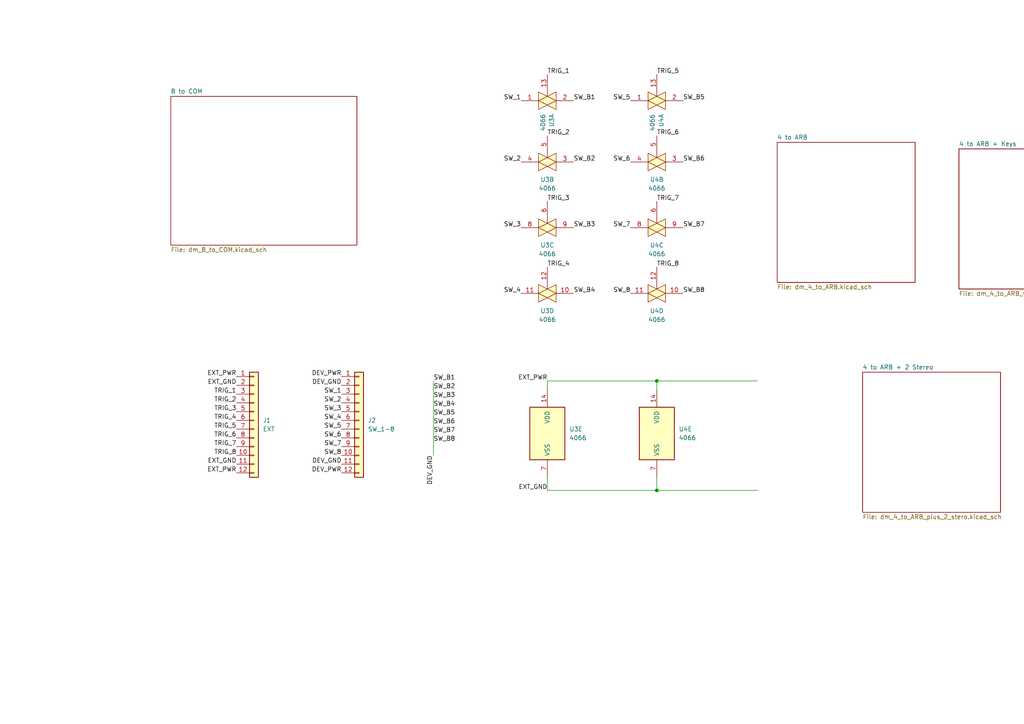
<source format=kicad_sch>
(kicad_sch (version 20231120) (generator "eeschema") (generator_version "8.0")
  (paper "A4")
  (title_block (title "Audio Thing Template") (rev "1.0") (company "velvia-fifty") (comment 1 "https://github.com/velvia-fifty/AudioThings") (comment 2 "You should have changed this already :)") (comment 4 "Stay humble"))
  (lib_symbols
    (symbol "4xxx:4066" (pin_names (offset 1.016))
      (property "Reference" "U" (at -7.62 8.89 0))
      (property "Value" "4066" (at -7.62 -8.89 0))
      (symbol "4066_1_0"
        (polyline (pts (xy 0 1.27) (xy 0 2.54)) (stroke (width 0.1524)))
        (polyline (pts (xy -2.54 0) (xy 2.54 2.54) (xy 2.54 -2.54) (xy -2.54 0)) (fill (type background)))
        (polyline (pts (xy -2.54 2.54) (xy 2.54 0) (xy -2.54 -2.54) (xy -2.54 2.54)) (fill (type background)))
        (pin passive line (at -7.62 0 0) (length 5.08) (name "~") (number "1"))
        (pin input line (at 0 7.62 270) (length 5.08) (name "~") (number "13"))
        (pin passive line (at 7.62 0 180) (length 5.08) (name "~") (number "2"))
      )
      (symbol "4066_2_0"
        (polyline (pts (xy 0 1.27) (xy 0 2.54)) (stroke (width 0.1524)))
        (polyline (pts (xy -2.54 0) (xy 2.54 2.54) (xy 2.54 -2.54) (xy -2.54 0)) (fill (type background)))
        (polyline (pts (xy -2.54 2.54) (xy 2.54 0) (xy -2.54 -2.54) (xy -2.54 2.54)) (fill (type background)))
        (pin passive line (at 7.62 0 180) (length 5.08) (name "~") (number "3"))
        (pin passive line (at -7.62 0 0) (length 5.08) (name "~") (number "4"))
        (pin input line (at 0 7.62 270) (length 5.08) (name "~") (number "5"))
      )
      (symbol "4066_3_0"
        (polyline (pts (xy 0 1.27) (xy 0 2.54)) (stroke (width 0.1524)))
        (polyline (pts (xy -2.54 0) (xy 2.54 2.54) (xy 2.54 -2.54) (xy -2.54 0)) (fill (type background)))
        (polyline (pts (xy -2.54 2.54) (xy 2.54 0) (xy -2.54 -2.54) (xy -2.54 2.54)) (fill (type background)))
        (pin input line (at 0 7.62 270) (length 5.08) (name "~") (number "6"))
        (pin passive line (at -7.62 0 0) (length 5.08) (name "~") (number "8"))
        (pin passive line (at 7.62 0 180) (length 5.08) (name "~") (number "9"))
      )
      (symbol "4066_4_0"
        (polyline (pts (xy 0 1.27) (xy 0 2.54)) (stroke (width 0.1524)))
        (polyline (pts (xy -2.54 0) (xy 2.54 2.54) (xy 2.54 -2.54) (xy -2.54 0)) (fill (type background)))
        (polyline (pts (xy -2.54 2.54) (xy 2.54 0) (xy -2.54 -2.54) (xy -2.54 2.54)) (fill (type background)))
        (pin passive line (at 7.62 0 180) (length 5.08) (name "~") (number "10"))
        (pin passive line (at -7.62 0 0) (length 5.08) (name "~") (number "11"))
        (pin input line (at 0 7.62 270) (length 5.08) (name "~") (number "12"))
      )
      (symbol "4066_5_0"
        (pin power_in line (at 0 12.7 270) (length 5.08) (name "VDD") (number "14"))
        (pin power_in line (at 0 -12.7 90) (length 5.08) (name "VSS") (number "7"))
      )
      (symbol "4066_5_1"
        (rectangle (start -5.08 7.62) (end 5.08 -7.62) (stroke (width 0.254)) (fill (type background)))
      )
    )
    (symbol "Connector_Generic:Conn_01x12" (pin_names (offset 1.016) hide)
      (property "Reference" "J" (at 0 15.24 0))
      (property "Value" "Conn_01x12" (at 0 -17.78 0))
      (symbol "Conn_01x12_1_1"
        (rectangle (start -1.27 -15.113) (end 0 -15.367) (stroke (width 0.1524)))
        (rectangle (start -1.27 -12.573) (end 0 -12.827) (stroke (width 0.1524)))
        (rectangle (start -1.27 -10.033) (end 0 -10.287) (stroke (width 0.1524)))
        (rectangle (start -1.27 -7.493) (end 0 -7.747) (stroke (width 0.1524)))
        (rectangle (start -1.27 -4.953) (end 0 -5.207) (stroke (width 0.1524)))
        (rectangle (start -1.27 -2.413) (end 0 -2.667) (stroke (width 0.1524)))
        (rectangle (start -1.27 0.127) (end 0 -0.127) (stroke (width 0.1524)))
        (rectangle (start -1.27 2.667) (end 0 2.413) (stroke (width 0.1524)))
        (rectangle (start -1.27 5.207) (end 0 4.953) (stroke (width 0.1524)))
        (rectangle (start -1.27 7.747) (end 0 7.493) (stroke (width 0.1524)))
        (rectangle (start -1.27 10.287) (end 0 10.033) (stroke (width 0.1524)))
        (rectangle (start -1.27 12.827) (end 0 12.573) (stroke (width 0.1524)))
        (rectangle (start -1.27 13.97) (end 1.27 -16.51) (stroke (width 0.254)) (fill (type background)))
        (pin passive line (at -5.08 12.7 0) (length 3.81) (name "Pin_1") (number "1"))
        (pin passive line (at -5.08 -10.16 0) (length 3.81) (name "Pin_10") (number "10"))
        (pin passive line (at -5.08 -12.7 0) (length 3.81) (name "Pin_11") (number "11"))
        (pin passive line (at -5.08 -15.24 0) (length 3.81) (name "Pin_12") (number "12"))
        (pin passive line (at -5.08 10.16 0) (length 3.81) (name "Pin_2") (number "2"))
        (pin passive line (at -5.08 7.62 0) (length 3.81) (name "Pin_3") (number "3"))
        (pin passive line (at -5.08 5.08 0) (length 3.81) (name "Pin_4") (number "4"))
        (pin passive line (at -5.08 2.54 0) (length 3.81) (name "Pin_5") (number "5"))
        (pin passive line (at -5.08 0 0) (length 3.81) (name "Pin_6") (number "6"))
        (pin passive line (at -5.08 -2.54 0) (length 3.81) (name "Pin_7") (number "7"))
        (pin passive line (at -5.08 -5.08 0) (length 3.81) (name "Pin_8") (number "8"))
        (pin passive line (at -5.08 -7.62 0) (length 3.81) (name "Pin_9") (number "9"))
      )
    )
  )
  (junction (at 190.5 110.49))
  (junction (at 190.5 142.24))
  (wire (pts (xy 158.75 142.24) (xy 190.5 142.24)))
  (wire (pts (xy 190.5 110.49) (xy 219.71 110.49)))
  (wire (pts (xy 190.5 142.24) (xy 190.5 138.43)))
  (wire (pts (xy 158.75 110.49) (xy 190.5 110.49)))
  (wire (pts (xy 125.73 110.49) (xy 125.73 132.08)))
  (wire (pts (xy 158.75 142.24) (xy 158.75 138.43)))
  (wire (pts (xy 190.5 142.24) (xy 219.71 142.24)))
  (wire (pts (xy 190.5 110.49) (xy 190.5 113.03)))
  (wire (pts (xy 158.75 110.49) (xy 158.75 113.03)))
  (label "SW_5" (at 99.06 124.46 180))
  (label "TRIG_6" (at 68.58 127 180))
  (label "SW_B6" (at 125.73 123.19 0))
  (label "TRIG_3" (at 158.75 58.42 0))
  (label "TRIG_8" (at 190.5 77.47 0))
  (label "SW_B4" (at 166.37 85.09 0))
  (label "DEV_GND" (at 125.73 132.08 270))
  (label "SW_1" (at 99.06 114.3 180))
  (label "TRIG_5" (at 190.5 21.59 0))
  (label "SW_B4" (at 125.73 118.11 0))
  (label "SW_8" (at 99.06 132.08 180))
  (label "SW_B7" (at 198.12 66.04 0))
  (label "SW_B8" (at 198.12 85.09 0))
  (label "SW_B2" (at 125.73 113.03 0))
  (label "SW_8" (at 182.88 85.09 180))
  (label "DEV_GND" (at 99.06 111.76 180))
  (label "EXT_GND" (at 158.75 142.24 180))
  (label "SW_1" (at 151.13 29.21 180))
  (label "SW_B7" (at 125.73 125.73 0))
  (label "TRIG_3" (at 68.58 119.38 180))
  (label "SW_B1" (at 125.73 110.49 0))
  (label "EXT_PWR" (at 68.58 109.22 180))
  (label "EXT_PWR" (at 158.75 110.49 180))
  (label "SW_6" (at 182.88 46.99 180))
  (label "DEV_GND" (at 99.06 134.62 180))
  (label "SW_4" (at 99.06 121.92 180))
  (label "TRIG_4" (at 68.58 121.92 180))
  (label "SW_6" (at 99.06 127 180))
  (label "SW_B6" (at 198.12 46.99 0))
  (label "SW_B8" (at 125.73 128.27 0))
  (label "SW_3" (at 99.06 119.38 180))
  (label "SW_2" (at 151.13 46.99 180))
  (label "DEV_PWR" (at 99.06 137.16 180))
  (label "SW_B3" (at 166.37 66.04 0))
  (label "TRIG_1" (at 68.58 114.3 180))
  (label "EXT_GND" (at 68.58 134.62 180))
  (label "TRIG_8" (at 68.58 132.08 180))
  (label "SW_2" (at 99.06 116.84 180))
  (label "SW_4" (at 151.13 85.09 180))
  (label "SW_7" (at 99.06 129.54 180))
  (label "TRIG_5" (at 68.58 124.46 180))
  (label "TRIG_2" (at 68.58 116.84 180))
  (label "SW_B2" (at 166.37 46.99 0))
  (label "SW_B1" (at 166.37 29.21 0))
  (label "TRIG_7" (at 190.5 58.42 0))
  (label "SW_B5" (at 198.12 29.21 0))
  (label "DEV_PWR" (at 99.06 109.22 180))
  (label "SW_5" (at 182.88 29.21 180))
  (label "TRIG_7" (at 68.58 129.54 180))
  (label "EXT_GND" (at 68.58 111.76 180))
  (label "TRIG_6" (at 190.5 39.37 0))
  (label "SW_3" (at 151.13 66.04 180))
  (label "TRIG_4" (at 158.75 77.47 0))
  (label "TRIG_1" (at 158.75 21.59 0))
  (label "SW_B3" (at 125.73 115.57 0))
  (label "EXT_PWR" (at 68.58 137.16 180))
  (label "SW_B5" (at 125.73 120.65 0))
  (label "TRIG_2" (at 158.75 39.37 0))
  (label "SW_7" (at 182.88 66.04 180))
  (symbol (lib_id "4xxx:4066") (at 158.75 125.73 0) (unit 5)
    (property "Reference" "U3" (at 165.1 124.4599 0) (effects (justify left)))
    (property "Value" "4066" (at 165.1 126.9999 0) (effects (justify left)))
    (property "Footprint" "Package_DFN_QFN:DHVQFN-14-1EP_2.5x3mm_P0.5mm_EP1x1.5mm" (effects (hide yes)))
    (property "Datasheet" "http://www.ti.com/lit/ds/symlink/cd4066b.pdf" (effects (hide yes)))
    (property "Description" "Quad Analog Switches" (effects (hide yes)))
  )
  (symbol (lib_id "4xxx:4066") (at 190.5 125.73 0) (unit 5)
    (property "Reference" "U4" (at 196.85 124.4599 0) (effects (justify left)))
    (property "Value" "4066" (at 196.85 126.9999 0) (effects (justify left)))
    (property "Footprint" "Package_DFN_QFN:DHVQFN-14-1EP_2.5x3mm_P0.5mm_EP1x1.5mm" (effects (hide yes)))
    (property "Datasheet" "http://www.ti.com/lit/ds/symlink/cd4066b.pdf" (effects (hide yes)))
    (property "Description" "Quad Analog Switches" (effects (hide yes)))
  )
  (symbol (lib_id "4xxx:4066") (at 190.5 85.09 0) (unit 4)
    (property "Reference" "U4" (at 190.5 90.17 0))
    (property "Value" "4066" (at 190.5 92.71 0))
    (property "Footprint" "Package_DFN_QFN:DHVQFN-14-1EP_2.5x3mm_P0.5mm_EP1x1.5mm" (effects (hide yes)))
    (property "Datasheet" "http://www.ti.com/lit/ds/symlink/cd4066b.pdf" (effects (hide yes)))
    (property "Description" "Quad Analog Switches" (effects (hide yes)))
  )
  (symbol (lib_id "4xxx:4066") (at 158.75 85.09 0) (unit 4)
    (property "Reference" "U3" (at 158.75 90.17 0))
    (property "Value" "4066" (at 158.75 92.71 0))
    (property "Footprint" "Package_DFN_QFN:DHVQFN-14-1EP_2.5x3mm_P0.5mm_EP1x1.5mm" (effects (hide yes)))
    (property "Datasheet" "http://www.ti.com/lit/ds/symlink/cd4066b.pdf" (effects (hide yes)))
    (property "Description" "Quad Analog Switches" (effects (hide yes)))
  )
  (symbol (lib_id "4xxx:4066") (at 190.5 66.04 0) (unit 3)
    (property "Reference" "U4" (at 190.5 71.12 0))
    (property "Value" "4066" (at 190.5 73.66 0))
    (property "Footprint" "Package_DFN_QFN:DHVQFN-14-1EP_2.5x3mm_P0.5mm_EP1x1.5mm" (effects (hide yes)))
    (property "Datasheet" "http://www.ti.com/lit/ds/symlink/cd4066b.pdf" (effects (hide yes)))
    (property "Description" "Quad Analog Switches" (effects (hide yes)))
  )
  (symbol (lib_id "4xxx:4066") (at 158.75 29.21 0) (unit 1)
    (property "Reference" "U3" (at 160.0201 33.02 90) (effects (justify right)))
    (property "Value" "4066" (at 157.4801 33.02 90) (effects (justify right)))
    (property "Footprint" "Package_DFN_QFN:DHVQFN-14-1EP_2.5x3mm_P0.5mm_EP1x1.5mm" (effects (hide yes)))
    (property "Datasheet" "http://www.ti.com/lit/ds/symlink/cd4066b.pdf" (effects (hide yes)))
    (property "Description" "Quad Analog Switches" (effects (hide yes)))
  )
  (symbol (lib_id "4xxx:4066") (at 190.5 29.21 0) (unit 1)
    (property "Reference" "U4" (at 191.7701 33.02 90) (effects (justify right)))
    (property "Value" "4066" (at 189.2301 33.02 90) (effects (justify right)))
    (property "Footprint" "Package_DFN_QFN:DHVQFN-14-1EP_2.5x3mm_P0.5mm_EP1x1.5mm" (effects (hide yes)))
    (property "Datasheet" "http://www.ti.com/lit/ds/symlink/cd4066b.pdf" (effects (hide yes)))
    (property "Description" "Quad Analog Switches" (effects (hide yes)))
  )
  (symbol (lib_id "4xxx:4066") (at 158.75 46.99 0) (unit 2)
    (property "Reference" "U3" (at 158.75 52.07 0))
    (property "Value" "4066" (at 158.75 54.61 0))
    (property "Footprint" "Package_DFN_QFN:DHVQFN-14-1EP_2.5x3mm_P0.5mm_EP1x1.5mm" (effects (hide yes)))
    (property "Datasheet" "http://www.ti.com/lit/ds/symlink/cd4066b.pdf" (effects (hide yes)))
    (property "Description" "Quad Analog Switches" (effects (hide yes)))
  )
  (symbol (lib_id "Connector_Generic:Conn_01x12") (at 104.14 121.92 0) (unit 1)
    (property "Reference" "J2" (at 106.68 121.9199 0) (effects (justify left)))
    (property "Value" "SW_1-8" (at 106.68 124.4599 0) (effects (justify left)))
    (property "Footprint" "AT-Footprints:JST_SHL 12pin w pads" (effects (hide yes)))
    (property "Description" "Generic connector, single row, 01x12, script generated (kicad-library-utils/schlib/autogen/connector/)" (effects (hide yes)))
  )
  (symbol (lib_id "4xxx:4066") (at 158.75 66.04 0) (unit 3)
    (property "Reference" "U3" (at 158.75 71.12 0))
    (property "Value" "4066" (at 158.75 73.66 0))
    (property "Footprint" "Package_DFN_QFN:DHVQFN-14-1EP_2.5x3mm_P0.5mm_EP1x1.5mm" (effects (hide yes)))
    (property "Datasheet" "http://www.ti.com/lit/ds/symlink/cd4066b.pdf" (effects (hide yes)))
    (property "Description" "Quad Analog Switches" (effects (hide yes)))
  )
  (symbol (lib_id "4xxx:4066") (at 190.5 46.99 0) (unit 2)
    (property "Reference" "U4" (at 190.5 52.07 0))
    (property "Value" "4066" (at 190.5 54.61 0))
    (property "Footprint" "Package_DFN_QFN:DHVQFN-14-1EP_2.5x3mm_P0.5mm_EP1x1.5mm" (effects (hide yes)))
    (property "Datasheet" "http://www.ti.com/lit/ds/symlink/cd4066b.pdf" (effects (hide yes)))
    (property "Description" "Quad Analog Switches" (effects (hide yes)))
  )
  (symbol (lib_id "Connector_Generic:Conn_01x12") (at 73.66 121.92 0) (unit 1)
    (property "Reference" "J1" (at 76.2 121.9199 0) (effects (justify left)))
    (property "Value" "EXT" (at 76.2 124.4599 0) (effects (justify left)))
    (property "Footprint" "AT-Footprints:JST_SHL 12pin w pads" (effects (hide yes)))
    (property "Description" "Generic connector, single row, 01x12, script generated (kicad-library-utils/schlib/autogen/connector/)" (effects (hide yes)))
  )
  (sheet (at 278.13 43.18) (size 40.005 40.64) (stroke (width 0.1524))
    (property "Sheetname" "4 to ARB + Keys" (at 278.13 42.4684 0) (effects (justify left bottom)))
    (property "Sheetfile" "dm_4_to_ARB_w_keys.kicad_sch" (at 278.13 84.4046 0) (effects (justify left top)))
  )
  (sheet (at 49.53 27.94) (size 53.975 43.18) (stroke (width 0.1524))
    (property "Sheetname" "8 to COM" (at 49.53 27.2284 0) (effects (justify left bottom)))
    (property "Sheetfile" "dm_8_to_COM.kicad_sch" (at 49.53 71.7046 0) (effects (justify left top)))
  )
  (sheet (at 225.425 41.275) (size 40.005 40.64) (stroke (width 0.1524))
    (property "Sheetname" "4 to ARB" (at 225.425 40.5634 0) (effects (justify left bottom)))
    (property "Sheetfile" "dm_4_to_ARB.kicad_sch" (at 225.425 82.4996 0) (effects (justify left top)))
  )
  (sheet (at 250.19 107.95) (size 40.005 40.64) (stroke (width 0.1524))
    (property "Sheetname" "4 to ARB + 2 Stereo" (at 250.19 107.2384 0) (effects (justify left bottom)))
    (property "Sheetfile" "dm_4_to_ARB_plus_2_stero.kicad_sch" (at 250.19 149.1746 0) (effects (justify left top)))
  )
)
</source>
